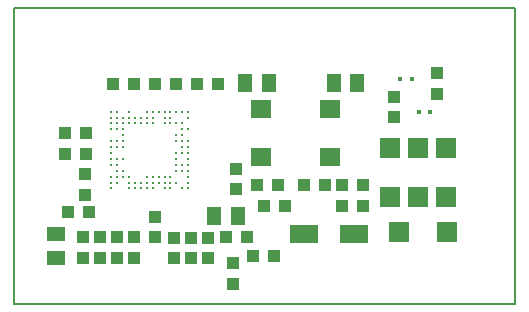
<source format=gtp>
G75*
%MOIN*%
%OFA0B0*%
%FSLAX25Y25*%
%IPPOS*%
%LPD*%
%AMOC8*
5,1,8,0,0,1.08239X$1,22.5*
%
%ADD10C,0.00600*%
%ADD11C,0.01142*%
%ADD12R,0.04134X0.04252*%
%ADD13R,0.06299X0.05118*%
%ADD14R,0.04252X0.04134*%
%ADD15R,0.05118X0.06299*%
%ADD16R,0.06899X0.06406*%
%ADD17R,0.09173X0.06142*%
%ADD18R,0.01378X0.01378*%
%ADD19R,0.06693X0.07087*%
%ADD20R,0.07087X0.06693*%
D10*
X0004069Y0007764D02*
X0004069Y0106189D01*
X0171392Y0106189D01*
X0171392Y0007764D01*
X0004069Y0007764D01*
D11*
X0036686Y0046173D03*
X0036686Y0048141D03*
X0038655Y0048141D03*
X0038655Y0050110D03*
X0040623Y0050110D03*
X0042592Y0050110D03*
X0042592Y0048141D03*
X0044560Y0048141D03*
X0046529Y0048141D03*
X0048497Y0048141D03*
X0050466Y0048141D03*
X0052434Y0048141D03*
X0054403Y0048141D03*
X0056371Y0048141D03*
X0058340Y0048141D03*
X0060308Y0046173D03*
X0062277Y0046173D03*
X0062277Y0048141D03*
X0062277Y0050110D03*
X0062277Y0052078D03*
X0062277Y0054047D03*
X0060308Y0054047D03*
X0058340Y0054047D03*
X0058340Y0052078D03*
X0060308Y0052078D03*
X0056371Y0050110D03*
X0054403Y0050110D03*
X0052434Y0050110D03*
X0050466Y0050110D03*
X0048497Y0050110D03*
X0048497Y0046173D03*
X0046529Y0046173D03*
X0044560Y0046173D03*
X0042592Y0046173D03*
X0036686Y0050110D03*
X0038655Y0052078D03*
X0040623Y0052078D03*
X0038655Y0054047D03*
X0036686Y0054047D03*
X0036686Y0056015D03*
X0038655Y0056015D03*
X0040623Y0056015D03*
X0036686Y0057984D03*
X0036686Y0059952D03*
X0036686Y0061921D03*
X0038655Y0061921D03*
X0040623Y0061921D03*
X0040623Y0059952D03*
X0038655Y0059952D03*
X0040623Y0063889D03*
X0040623Y0065858D03*
X0038655Y0065858D03*
X0036686Y0065858D03*
X0036686Y0067826D03*
X0038655Y0067826D03*
X0040623Y0067826D03*
X0042592Y0067826D03*
X0044560Y0067826D03*
X0046529Y0067826D03*
X0048497Y0067826D03*
X0050466Y0067826D03*
X0054403Y0067826D03*
X0056371Y0067826D03*
X0058340Y0067826D03*
X0060308Y0067826D03*
X0060308Y0065858D03*
X0062277Y0065858D03*
X0060308Y0063889D03*
X0058340Y0063889D03*
X0058340Y0061921D03*
X0060308Y0061921D03*
X0062277Y0061921D03*
X0062277Y0059952D03*
X0060308Y0059952D03*
X0060308Y0057984D03*
X0058340Y0057984D03*
X0058340Y0056015D03*
X0062277Y0056015D03*
X0062277Y0057984D03*
X0062277Y0069795D03*
X0062277Y0071763D03*
X0060308Y0071763D03*
X0058340Y0071763D03*
X0056371Y0071763D03*
X0054403Y0071763D03*
X0054403Y0069795D03*
X0056371Y0069795D03*
X0052434Y0071763D03*
X0050466Y0071763D03*
X0050466Y0069795D03*
X0048497Y0069795D03*
X0048497Y0071763D03*
X0046529Y0069795D03*
X0044560Y0069795D03*
X0042592Y0069795D03*
X0042592Y0071763D03*
X0040623Y0069795D03*
X0038655Y0069795D03*
X0038655Y0071763D03*
X0036686Y0071763D03*
X0036686Y0069795D03*
X0050466Y0046173D03*
X0054403Y0046173D03*
X0056371Y0046173D03*
D12*
X0029210Y0038434D03*
X0022320Y0038434D03*
X0021259Y0057615D03*
X0028149Y0057615D03*
X0028149Y0064545D03*
X0021259Y0064545D03*
X0037293Y0080860D03*
X0044183Y0080860D03*
X0051397Y0080860D03*
X0058287Y0080860D03*
X0065267Y0080860D03*
X0072157Y0080860D03*
X0085232Y0047428D03*
X0092121Y0047428D03*
X0101038Y0047428D03*
X0107927Y0047428D03*
X0113578Y0047428D03*
X0120468Y0047428D03*
X0120468Y0040342D03*
X0113578Y0040342D03*
X0094484Y0040342D03*
X0087594Y0040342D03*
X0081885Y0030105D03*
X0074995Y0030105D03*
X0083886Y0023493D03*
X0090775Y0023493D03*
D13*
X0018386Y0022974D03*
X0018386Y0030848D03*
D14*
X0027213Y0029832D03*
X0032912Y0029832D03*
X0038557Y0029832D03*
X0044255Y0029832D03*
X0051078Y0029837D03*
X0057535Y0029756D03*
X0063233Y0029756D03*
X0068879Y0029756D03*
X0068879Y0022866D03*
X0063233Y0022866D03*
X0057535Y0022866D03*
X0044255Y0022942D03*
X0038557Y0022942D03*
X0032912Y0022942D03*
X0027213Y0022942D03*
X0051078Y0036727D03*
X0028007Y0043975D03*
X0028007Y0050865D03*
X0078083Y0052713D03*
X0078083Y0045824D03*
X0077237Y0021168D03*
X0077237Y0014279D03*
X0131000Y0069919D03*
X0131000Y0076808D03*
X0145173Y0077793D03*
X0145173Y0084682D03*
D15*
X0118652Y0081287D03*
X0110778Y0081287D03*
X0089174Y0081297D03*
X0081300Y0081297D03*
X0078840Y0037121D03*
X0070966Y0037121D03*
D16*
X0086441Y0056676D03*
X0109671Y0056676D03*
X0109671Y0072505D03*
X0086441Y0072711D03*
D17*
X0100870Y0031076D03*
X0117721Y0031076D03*
D18*
X0139127Y0071527D03*
X0143064Y0071527D03*
X0136765Y0082551D03*
X0132828Y0082551D03*
D19*
X0129420Y0059557D03*
X0138869Y0059557D03*
X0148318Y0059557D03*
X0148318Y0043415D03*
X0138869Y0043415D03*
X0129420Y0043415D03*
D20*
X0132570Y0031516D03*
X0148712Y0031516D03*
M02*

</source>
